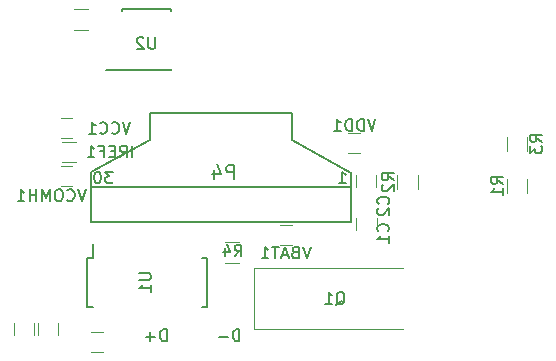
<source format=gbo>
G04 #@! TF.FileFunction,Legend,Bot*
%FSLAX46Y46*%
G04 Gerber Fmt 4.6, Leading zero omitted, Abs format (unit mm)*
G04 Created by KiCad (PCBNEW 4.0.7) date 11/19/17 13:53:12*
%MOMM*%
%LPD*%
G01*
G04 APERTURE LIST*
%ADD10C,0.100000*%
%ADD11C,0.150000*%
%ADD12C,0.120000*%
G04 APERTURE END LIST*
D10*
D11*
X141611880Y-88809420D02*
X129611880Y-88809420D01*
X141611880Y-91109420D02*
X141611880Y-88809420D01*
X129611880Y-91109420D02*
X129611880Y-88809420D01*
X129611880Y-91109420D02*
X124611880Y-93809420D01*
X141611880Y-91109420D02*
X146611880Y-93909420D01*
X124611880Y-93809420D02*
X124611880Y-95309420D01*
X146611880Y-95134420D02*
X146611880Y-93859420D01*
X125461880Y-98084420D02*
X124611880Y-98084420D01*
X124611880Y-98084420D02*
X124611880Y-95159420D01*
X124611880Y-95159420D02*
X124611880Y-95134420D01*
X124611880Y-95134420D02*
X125286880Y-95134420D01*
X145761880Y-95134420D02*
X146611880Y-95134420D01*
X146611880Y-95134420D02*
X146611880Y-98084420D01*
X146611880Y-98084420D02*
X145911880Y-98084420D01*
X125111880Y-98084420D02*
X146111880Y-98084420D01*
X125111880Y-95134420D02*
X146111880Y-95134420D01*
D12*
X148761880Y-97759420D02*
X148761880Y-98759420D01*
X147061880Y-98759420D02*
X147061880Y-97759420D01*
X147036880Y-95109420D02*
X147036880Y-94109420D01*
X148736880Y-94109420D02*
X148736880Y-95109420D01*
X122111880Y-93039420D02*
X123311880Y-93039420D01*
X123311880Y-91279420D02*
X122111880Y-91279420D01*
X150986880Y-107109420D02*
X138386880Y-107109420D01*
X138386880Y-107109420D02*
X138386880Y-102009420D01*
X138386880Y-102009420D02*
X150986880Y-102009420D01*
X161541880Y-95609420D02*
X161541880Y-94409420D01*
X159781880Y-94409420D02*
X159781880Y-95609420D01*
X152291880Y-95309420D02*
X152291880Y-94109420D01*
X150531880Y-94109420D02*
X150531880Y-95309420D01*
X159781880Y-90859420D02*
X159781880Y-92059420D01*
X161541880Y-92059420D02*
X161541880Y-90859420D01*
X137136880Y-99754420D02*
X135936880Y-99754420D01*
X135936880Y-101514420D02*
X137136880Y-101514420D01*
X123161880Y-81789420D02*
X124361880Y-81789420D01*
X124361880Y-80029420D02*
X123161880Y-80029420D01*
D11*
X124281880Y-101109420D02*
X124761880Y-101109420D01*
X124281880Y-105259420D02*
X124761880Y-105259420D01*
X134441880Y-105259420D02*
X133961880Y-105259420D01*
X134441880Y-101109420D02*
X133961880Y-101109420D01*
X124281880Y-101109420D02*
X124281880Y-105259420D01*
X134441880Y-101109420D02*
X134441880Y-105259420D01*
X124761880Y-101109420D02*
X124761880Y-99984420D01*
X127236880Y-85234420D02*
X127236880Y-85184420D01*
X131386880Y-85234420D02*
X131386880Y-85089420D01*
X131386880Y-80084420D02*
X131386880Y-80229420D01*
X127236880Y-80084420D02*
X127236880Y-80229420D01*
X127236880Y-85234420D02*
X131386880Y-85234420D01*
X127236880Y-80084420D02*
X131386880Y-80084420D01*
X127236880Y-85184420D02*
X125836880Y-85184420D01*
D12*
X141561880Y-100059420D02*
X140561880Y-100059420D01*
X140561880Y-98359420D02*
X141561880Y-98359420D01*
X123011880Y-90959420D02*
X122011880Y-90959420D01*
X122011880Y-89259420D02*
X123011880Y-89259420D01*
X118061880Y-107659420D02*
X118061880Y-106659420D01*
X119761880Y-106659420D02*
X119761880Y-107659420D01*
X120061880Y-107659420D02*
X120061880Y-106659420D01*
X121761880Y-106659420D02*
X121761880Y-107659420D01*
X124611880Y-107359420D02*
X125611880Y-107359420D01*
X125611880Y-109059420D02*
X124611880Y-109059420D01*
X123011880Y-95009420D02*
X122011880Y-95009420D01*
X122011880Y-93309420D02*
X123011880Y-93309420D01*
X146361880Y-90559420D02*
X147361880Y-90559420D01*
X147361880Y-92259420D02*
X146361880Y-92259420D01*
D11*
X136697594Y-94452277D02*
X136697594Y-93252277D01*
X136240451Y-93252277D01*
X136126165Y-93309420D01*
X136069022Y-93366563D01*
X136011879Y-93480849D01*
X136011879Y-93652277D01*
X136069022Y-93766563D01*
X136126165Y-93823706D01*
X136240451Y-93880849D01*
X136697594Y-93880849D01*
X134983308Y-93652277D02*
X134983308Y-94452277D01*
X135269022Y-93195134D02*
X135554737Y-94052277D01*
X134811879Y-94052277D01*
X126421404Y-93811801D02*
X125802356Y-93811801D01*
X126135690Y-94192753D01*
X125992832Y-94192753D01*
X125897594Y-94240372D01*
X125849975Y-94287991D01*
X125802356Y-94383230D01*
X125802356Y-94621325D01*
X125849975Y-94716563D01*
X125897594Y-94764182D01*
X125992832Y-94811801D01*
X126278547Y-94811801D01*
X126373785Y-94764182D01*
X126421404Y-94716563D01*
X125183309Y-93811801D02*
X125088070Y-93811801D01*
X124992832Y-93859420D01*
X124945213Y-93907039D01*
X124897594Y-94002277D01*
X124849975Y-94192753D01*
X124849975Y-94430849D01*
X124897594Y-94621325D01*
X124945213Y-94716563D01*
X124992832Y-94764182D01*
X125088070Y-94811801D01*
X125183309Y-94811801D01*
X125278547Y-94764182D01*
X125326166Y-94716563D01*
X125373785Y-94621325D01*
X125421404Y-94430849D01*
X125421404Y-94192753D01*
X125373785Y-94002277D01*
X125326166Y-93907039D01*
X125278547Y-93859420D01*
X125183309Y-93811801D01*
X145576165Y-94811801D02*
X146147594Y-94811801D01*
X145861880Y-94811801D02*
X145861880Y-93811801D01*
X145957118Y-93954658D01*
X146052356Y-94049896D01*
X146147594Y-94097515D01*
X149719023Y-98867754D02*
X149766642Y-98820135D01*
X149814261Y-98677278D01*
X149814261Y-98582040D01*
X149766642Y-98439182D01*
X149671404Y-98343944D01*
X149576166Y-98296325D01*
X149385690Y-98248706D01*
X149242832Y-98248706D01*
X149052356Y-98296325D01*
X148957118Y-98343944D01*
X148861880Y-98439182D01*
X148814261Y-98582040D01*
X148814261Y-98677278D01*
X148861880Y-98820135D01*
X148909499Y-98867754D01*
X149814261Y-99820135D02*
X149814261Y-99248706D01*
X149814261Y-99534420D02*
X148814261Y-99534420D01*
X148957118Y-99439182D01*
X149052356Y-99343944D01*
X149099975Y-99248706D01*
X149744023Y-96542754D02*
X149791642Y-96495135D01*
X149839261Y-96352278D01*
X149839261Y-96257040D01*
X149791642Y-96114182D01*
X149696404Y-96018944D01*
X149601166Y-95971325D01*
X149410690Y-95923706D01*
X149267832Y-95923706D01*
X149077356Y-95971325D01*
X148982118Y-96018944D01*
X148886880Y-96114182D01*
X148839261Y-96257040D01*
X148839261Y-96352278D01*
X148886880Y-96495135D01*
X148934499Y-96542754D01*
X148934499Y-96923706D02*
X148886880Y-96971325D01*
X148839261Y-97066563D01*
X148839261Y-97304659D01*
X148886880Y-97399897D01*
X148934499Y-97447516D01*
X149029737Y-97495135D01*
X149124975Y-97495135D01*
X149267832Y-97447516D01*
X149839261Y-96876087D01*
X149839261Y-97495135D01*
X128069023Y-92611801D02*
X128069023Y-91611801D01*
X127021404Y-92611801D02*
X127354738Y-92135610D01*
X127592833Y-92611801D02*
X127592833Y-91611801D01*
X127211880Y-91611801D01*
X127116642Y-91659420D01*
X127069023Y-91707039D01*
X127021404Y-91802277D01*
X127021404Y-91945134D01*
X127069023Y-92040372D01*
X127116642Y-92087991D01*
X127211880Y-92135610D01*
X127592833Y-92135610D01*
X126592833Y-92087991D02*
X126259499Y-92087991D01*
X126116642Y-92611801D02*
X126592833Y-92611801D01*
X126592833Y-91611801D01*
X126116642Y-91611801D01*
X125354737Y-92087991D02*
X125688071Y-92087991D01*
X125688071Y-92611801D02*
X125688071Y-91611801D01*
X125211880Y-91611801D01*
X124307118Y-92611801D02*
X124878547Y-92611801D01*
X124592833Y-92611801D02*
X124592833Y-91611801D01*
X124688071Y-91754658D01*
X124783309Y-91849896D01*
X124878547Y-91897515D01*
X145332118Y-105107039D02*
X145427356Y-105059420D01*
X145522594Y-104964182D01*
X145665451Y-104821325D01*
X145760690Y-104773706D01*
X145855928Y-104773706D01*
X145808309Y-105011801D02*
X145903547Y-104964182D01*
X145998785Y-104868944D01*
X146046404Y-104678468D01*
X146046404Y-104345134D01*
X145998785Y-104154658D01*
X145903547Y-104059420D01*
X145808309Y-104011801D01*
X145617832Y-104011801D01*
X145522594Y-104059420D01*
X145427356Y-104154658D01*
X145379737Y-104345134D01*
X145379737Y-104678468D01*
X145427356Y-104868944D01*
X145522594Y-104964182D01*
X145617832Y-105011801D01*
X145808309Y-105011801D01*
X144427356Y-105011801D02*
X144998785Y-105011801D01*
X144713071Y-105011801D02*
X144713071Y-104011801D01*
X144808309Y-104154658D01*
X144903547Y-104249896D01*
X144998785Y-104297515D01*
X159464261Y-94842754D02*
X158988070Y-94509420D01*
X159464261Y-94271325D02*
X158464261Y-94271325D01*
X158464261Y-94652278D01*
X158511880Y-94747516D01*
X158559499Y-94795135D01*
X158654737Y-94842754D01*
X158797594Y-94842754D01*
X158892832Y-94795135D01*
X158940451Y-94747516D01*
X158988070Y-94652278D01*
X158988070Y-94271325D01*
X159464261Y-95795135D02*
X159464261Y-95223706D01*
X159464261Y-95509420D02*
X158464261Y-95509420D01*
X158607118Y-95414182D01*
X158702356Y-95318944D01*
X158749975Y-95223706D01*
X150214261Y-94542754D02*
X149738070Y-94209420D01*
X150214261Y-93971325D02*
X149214261Y-93971325D01*
X149214261Y-94352278D01*
X149261880Y-94447516D01*
X149309499Y-94495135D01*
X149404737Y-94542754D01*
X149547594Y-94542754D01*
X149642832Y-94495135D01*
X149690451Y-94447516D01*
X149738070Y-94352278D01*
X149738070Y-93971325D01*
X149309499Y-94923706D02*
X149261880Y-94971325D01*
X149214261Y-95066563D01*
X149214261Y-95304659D01*
X149261880Y-95399897D01*
X149309499Y-95447516D01*
X149404737Y-95495135D01*
X149499975Y-95495135D01*
X149642832Y-95447516D01*
X150214261Y-94876087D01*
X150214261Y-95495135D01*
X162764261Y-91292754D02*
X162288070Y-90959420D01*
X162764261Y-90721325D02*
X161764261Y-90721325D01*
X161764261Y-91102278D01*
X161811880Y-91197516D01*
X161859499Y-91245135D01*
X161954737Y-91292754D01*
X162097594Y-91292754D01*
X162192832Y-91245135D01*
X162240451Y-91197516D01*
X162288070Y-91102278D01*
X162288070Y-90721325D01*
X161764261Y-91626087D02*
X161764261Y-92245135D01*
X162145213Y-91911801D01*
X162145213Y-92054659D01*
X162192832Y-92149897D01*
X162240451Y-92197516D01*
X162335690Y-92245135D01*
X162573785Y-92245135D01*
X162669023Y-92197516D01*
X162716642Y-92149897D01*
X162764261Y-92054659D01*
X162764261Y-91768944D01*
X162716642Y-91673706D01*
X162669023Y-91626087D01*
X136753546Y-100986801D02*
X137086880Y-100510610D01*
X137324975Y-100986801D02*
X137324975Y-99986801D01*
X136944022Y-99986801D01*
X136848784Y-100034420D01*
X136801165Y-100082039D01*
X136753546Y-100177277D01*
X136753546Y-100320134D01*
X136801165Y-100415372D01*
X136848784Y-100462991D01*
X136944022Y-100510610D01*
X137324975Y-100510610D01*
X135896403Y-100320134D02*
X135896403Y-100986801D01*
X136134499Y-99939182D02*
X136372594Y-100653468D01*
X135753546Y-100653468D01*
X128664261Y-102422515D02*
X129473785Y-102422515D01*
X129569023Y-102470134D01*
X129616642Y-102517753D01*
X129664261Y-102612991D01*
X129664261Y-102803468D01*
X129616642Y-102898706D01*
X129569023Y-102946325D01*
X129473785Y-102993944D01*
X128664261Y-102993944D01*
X129664261Y-103993944D02*
X129664261Y-103422515D01*
X129664261Y-103708229D02*
X128664261Y-103708229D01*
X128807118Y-103612991D01*
X128902356Y-103517753D01*
X128949975Y-103422515D01*
X130023785Y-82411801D02*
X130023785Y-83221325D01*
X129976166Y-83316563D01*
X129928547Y-83364182D01*
X129833309Y-83411801D01*
X129642832Y-83411801D01*
X129547594Y-83364182D01*
X129499975Y-83316563D01*
X129452356Y-83221325D01*
X129452356Y-82411801D01*
X129023785Y-82507039D02*
X128976166Y-82459420D01*
X128880928Y-82411801D01*
X128642832Y-82411801D01*
X128547594Y-82459420D01*
X128499975Y-82507039D01*
X128452356Y-82602277D01*
X128452356Y-82697515D01*
X128499975Y-82840372D01*
X129071404Y-83411801D01*
X128452356Y-83411801D01*
X143180928Y-100161801D02*
X142847595Y-101161801D01*
X142514261Y-100161801D01*
X141847594Y-100637991D02*
X141704737Y-100685610D01*
X141657118Y-100733230D01*
X141609499Y-100828468D01*
X141609499Y-100971325D01*
X141657118Y-101066563D01*
X141704737Y-101114182D01*
X141799975Y-101161801D01*
X142180928Y-101161801D01*
X142180928Y-100161801D01*
X141847594Y-100161801D01*
X141752356Y-100209420D01*
X141704737Y-100257039D01*
X141657118Y-100352277D01*
X141657118Y-100447515D01*
X141704737Y-100542753D01*
X141752356Y-100590372D01*
X141847594Y-100637991D01*
X142180928Y-100637991D01*
X141228547Y-100876087D02*
X140752356Y-100876087D01*
X141323785Y-101161801D02*
X140990452Y-100161801D01*
X140657118Y-101161801D01*
X140466642Y-100161801D02*
X139895213Y-100161801D01*
X140180928Y-101161801D02*
X140180928Y-100161801D01*
X139038070Y-101161801D02*
X139609499Y-101161801D01*
X139323785Y-101161801D02*
X139323785Y-100161801D01*
X139419023Y-100304658D01*
X139514261Y-100399896D01*
X139609499Y-100447515D01*
X127921404Y-89611801D02*
X127588071Y-90611801D01*
X127254737Y-89611801D01*
X126349975Y-90516563D02*
X126397594Y-90564182D01*
X126540451Y-90611801D01*
X126635689Y-90611801D01*
X126778547Y-90564182D01*
X126873785Y-90468944D01*
X126921404Y-90373706D01*
X126969023Y-90183230D01*
X126969023Y-90040372D01*
X126921404Y-89849896D01*
X126873785Y-89754658D01*
X126778547Y-89659420D01*
X126635689Y-89611801D01*
X126540451Y-89611801D01*
X126397594Y-89659420D01*
X126349975Y-89707039D01*
X125349975Y-90516563D02*
X125397594Y-90564182D01*
X125540451Y-90611801D01*
X125635689Y-90611801D01*
X125778547Y-90564182D01*
X125873785Y-90468944D01*
X125921404Y-90373706D01*
X125969023Y-90183230D01*
X125969023Y-90040372D01*
X125921404Y-89849896D01*
X125873785Y-89754658D01*
X125778547Y-89659420D01*
X125635689Y-89611801D01*
X125540451Y-89611801D01*
X125397594Y-89659420D01*
X125349975Y-89707039D01*
X124397594Y-90611801D02*
X124969023Y-90611801D01*
X124683309Y-90611801D02*
X124683309Y-89611801D01*
X124778547Y-89754658D01*
X124873785Y-89849896D01*
X124969023Y-89897515D01*
X124140451Y-95311801D02*
X123807118Y-96311801D01*
X123473784Y-95311801D01*
X122569022Y-96216563D02*
X122616641Y-96264182D01*
X122759498Y-96311801D01*
X122854736Y-96311801D01*
X122997594Y-96264182D01*
X123092832Y-96168944D01*
X123140451Y-96073706D01*
X123188070Y-95883230D01*
X123188070Y-95740372D01*
X123140451Y-95549896D01*
X123092832Y-95454658D01*
X122997594Y-95359420D01*
X122854736Y-95311801D01*
X122759498Y-95311801D01*
X122616641Y-95359420D01*
X122569022Y-95407039D01*
X121949975Y-95311801D02*
X121759498Y-95311801D01*
X121664260Y-95359420D01*
X121569022Y-95454658D01*
X121521403Y-95645134D01*
X121521403Y-95978468D01*
X121569022Y-96168944D01*
X121664260Y-96264182D01*
X121759498Y-96311801D01*
X121949975Y-96311801D01*
X122045213Y-96264182D01*
X122140451Y-96168944D01*
X122188070Y-95978468D01*
X122188070Y-95645134D01*
X122140451Y-95454658D01*
X122045213Y-95359420D01*
X121949975Y-95311801D01*
X121092832Y-96311801D02*
X121092832Y-95311801D01*
X120759498Y-96026087D01*
X120426165Y-95311801D01*
X120426165Y-96311801D01*
X119949975Y-96311801D02*
X119949975Y-95311801D01*
X119949975Y-95787991D02*
X119378546Y-95787991D01*
X119378546Y-96311801D02*
X119378546Y-95311801D01*
X118378546Y-96311801D02*
X118949975Y-96311801D01*
X118664261Y-96311801D02*
X118664261Y-95311801D01*
X118759499Y-95454658D01*
X118854737Y-95549896D01*
X118949975Y-95597515D01*
X148671404Y-89361801D02*
X148338071Y-90361801D01*
X148004737Y-89361801D01*
X147671404Y-90361801D02*
X147671404Y-89361801D01*
X147433309Y-89361801D01*
X147290451Y-89409420D01*
X147195213Y-89504658D01*
X147147594Y-89599896D01*
X147099975Y-89790372D01*
X147099975Y-89933230D01*
X147147594Y-90123706D01*
X147195213Y-90218944D01*
X147290451Y-90314182D01*
X147433309Y-90361801D01*
X147671404Y-90361801D01*
X146671404Y-90361801D02*
X146671404Y-89361801D01*
X146433309Y-89361801D01*
X146290451Y-89409420D01*
X146195213Y-89504658D01*
X146147594Y-89599896D01*
X146099975Y-89790372D01*
X146099975Y-89933230D01*
X146147594Y-90123706D01*
X146195213Y-90218944D01*
X146290451Y-90314182D01*
X146433309Y-90361801D01*
X146671404Y-90361801D01*
X145147594Y-90361801D02*
X145719023Y-90361801D01*
X145433309Y-90361801D02*
X145433309Y-89361801D01*
X145528547Y-89504658D01*
X145623785Y-89599896D01*
X145719023Y-89647515D01*
X137142832Y-108161801D02*
X137142832Y-107161801D01*
X136904737Y-107161801D01*
X136761879Y-107209420D01*
X136666641Y-107304658D01*
X136619022Y-107399896D01*
X136571403Y-107590372D01*
X136571403Y-107733230D01*
X136619022Y-107923706D01*
X136666641Y-108018944D01*
X136761879Y-108114182D01*
X136904737Y-108161801D01*
X137142832Y-108161801D01*
X136142832Y-107780849D02*
X135380927Y-107780849D01*
X130992832Y-108161801D02*
X130992832Y-107161801D01*
X130754737Y-107161801D01*
X130611879Y-107209420D01*
X130516641Y-107304658D01*
X130469022Y-107399896D01*
X130421403Y-107590372D01*
X130421403Y-107733230D01*
X130469022Y-107923706D01*
X130516641Y-108018944D01*
X130611879Y-108114182D01*
X130754737Y-108161801D01*
X130992832Y-108161801D01*
X129992832Y-107780849D02*
X129230927Y-107780849D01*
X129611879Y-108161801D02*
X129611879Y-107399896D01*
M02*

</source>
